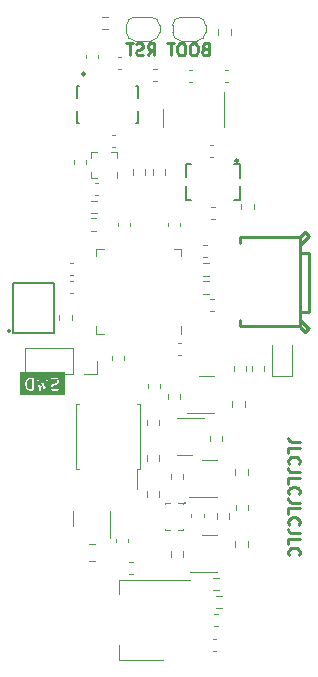
<source format=gbr>
%TF.GenerationSoftware,KiCad,Pcbnew,7.0.5*%
%TF.CreationDate,2023-12-16T01:16:07-08:00*%
%TF.ProjectId,Lyrav3,4c797261-7633-42e6-9b69-6361645f7063,rev?*%
%TF.SameCoordinates,Original*%
%TF.FileFunction,Legend,Bot*%
%TF.FilePolarity,Positive*%
%FSLAX46Y46*%
G04 Gerber Fmt 4.6, Leading zero omitted, Abs format (unit mm)*
G04 Created by KiCad (PCBNEW 7.0.5) date 2023-12-16 01:16:07*
%MOMM*%
%LPD*%
G01*
G04 APERTURE LIST*
%ADD10C,0.250000*%
%ADD11C,0.125000*%
%ADD12C,0.120000*%
%ADD13C,0.200000*%
%ADD14C,0.300000*%
%ADD15C,0.150000*%
%ADD16C,0.100000*%
G04 APERTURE END LIST*
D10*
X207764380Y-100383282D02*
X207050095Y-100383282D01*
X207050095Y-100383282D02*
X206907238Y-100335663D01*
X206907238Y-100335663D02*
X206812000Y-100240425D01*
X206812000Y-100240425D02*
X206764380Y-100097568D01*
X206764380Y-100097568D02*
X206764380Y-100002330D01*
X206764380Y-101335663D02*
X206764380Y-100859473D01*
X206764380Y-100859473D02*
X207764380Y-100859473D01*
X206859619Y-102240425D02*
X206812000Y-102192806D01*
X206812000Y-102192806D02*
X206764380Y-102049949D01*
X206764380Y-102049949D02*
X206764380Y-101954711D01*
X206764380Y-101954711D02*
X206812000Y-101811854D01*
X206812000Y-101811854D02*
X206907238Y-101716616D01*
X206907238Y-101716616D02*
X207002476Y-101668997D01*
X207002476Y-101668997D02*
X207192952Y-101621378D01*
X207192952Y-101621378D02*
X207335809Y-101621378D01*
X207335809Y-101621378D02*
X207526285Y-101668997D01*
X207526285Y-101668997D02*
X207621523Y-101716616D01*
X207621523Y-101716616D02*
X207716761Y-101811854D01*
X207716761Y-101811854D02*
X207764380Y-101954711D01*
X207764380Y-101954711D02*
X207764380Y-102049949D01*
X207764380Y-102049949D02*
X207716761Y-102192806D01*
X207716761Y-102192806D02*
X207669142Y-102240425D01*
X207764380Y-102954711D02*
X207050095Y-102954711D01*
X207050095Y-102954711D02*
X206907238Y-102907092D01*
X206907238Y-102907092D02*
X206812000Y-102811854D01*
X206812000Y-102811854D02*
X206764380Y-102668997D01*
X206764380Y-102668997D02*
X206764380Y-102573759D01*
X206764380Y-103907092D02*
X206764380Y-103430902D01*
X206764380Y-103430902D02*
X207764380Y-103430902D01*
X206859619Y-104811854D02*
X206812000Y-104764235D01*
X206812000Y-104764235D02*
X206764380Y-104621378D01*
X206764380Y-104621378D02*
X206764380Y-104526140D01*
X206764380Y-104526140D02*
X206812000Y-104383283D01*
X206812000Y-104383283D02*
X206907238Y-104288045D01*
X206907238Y-104288045D02*
X207002476Y-104240426D01*
X207002476Y-104240426D02*
X207192952Y-104192807D01*
X207192952Y-104192807D02*
X207335809Y-104192807D01*
X207335809Y-104192807D02*
X207526285Y-104240426D01*
X207526285Y-104240426D02*
X207621523Y-104288045D01*
X207621523Y-104288045D02*
X207716761Y-104383283D01*
X207716761Y-104383283D02*
X207764380Y-104526140D01*
X207764380Y-104526140D02*
X207764380Y-104621378D01*
X207764380Y-104621378D02*
X207716761Y-104764235D01*
X207716761Y-104764235D02*
X207669142Y-104811854D01*
X207764380Y-105526140D02*
X207050095Y-105526140D01*
X207050095Y-105526140D02*
X206907238Y-105478521D01*
X206907238Y-105478521D02*
X206812000Y-105383283D01*
X206812000Y-105383283D02*
X206764380Y-105240426D01*
X206764380Y-105240426D02*
X206764380Y-105145188D01*
X206764380Y-106478521D02*
X206764380Y-106002331D01*
X206764380Y-106002331D02*
X207764380Y-106002331D01*
X206859619Y-107383283D02*
X206812000Y-107335664D01*
X206812000Y-107335664D02*
X206764380Y-107192807D01*
X206764380Y-107192807D02*
X206764380Y-107097569D01*
X206764380Y-107097569D02*
X206812000Y-106954712D01*
X206812000Y-106954712D02*
X206907238Y-106859474D01*
X206907238Y-106859474D02*
X207002476Y-106811855D01*
X207002476Y-106811855D02*
X207192952Y-106764236D01*
X207192952Y-106764236D02*
X207335809Y-106764236D01*
X207335809Y-106764236D02*
X207526285Y-106811855D01*
X207526285Y-106811855D02*
X207621523Y-106859474D01*
X207621523Y-106859474D02*
X207716761Y-106954712D01*
X207716761Y-106954712D02*
X207764380Y-107097569D01*
X207764380Y-107097569D02*
X207764380Y-107192807D01*
X207764380Y-107192807D02*
X207716761Y-107335664D01*
X207716761Y-107335664D02*
X207669142Y-107383283D01*
X207764380Y-108097569D02*
X207050095Y-108097569D01*
X207050095Y-108097569D02*
X206907238Y-108049950D01*
X206907238Y-108049950D02*
X206812000Y-107954712D01*
X206812000Y-107954712D02*
X206764380Y-107811855D01*
X206764380Y-107811855D02*
X206764380Y-107716617D01*
X206764380Y-109049950D02*
X206764380Y-108573760D01*
X206764380Y-108573760D02*
X207764380Y-108573760D01*
X206859619Y-109954712D02*
X206812000Y-109907093D01*
X206812000Y-109907093D02*
X206764380Y-109764236D01*
X206764380Y-109764236D02*
X206764380Y-109668998D01*
X206764380Y-109668998D02*
X206812000Y-109526141D01*
X206812000Y-109526141D02*
X206907238Y-109430903D01*
X206907238Y-109430903D02*
X207002476Y-109383284D01*
X207002476Y-109383284D02*
X207192952Y-109335665D01*
X207192952Y-109335665D02*
X207335809Y-109335665D01*
X207335809Y-109335665D02*
X207526285Y-109383284D01*
X207526285Y-109383284D02*
X207621523Y-109430903D01*
X207621523Y-109430903D02*
X207716761Y-109526141D01*
X207716761Y-109526141D02*
X207764380Y-109668998D01*
X207764380Y-109668998D02*
X207764380Y-109764236D01*
X207764380Y-109764236D02*
X207716761Y-109907093D01*
X207716761Y-109907093D02*
X207669142Y-109954712D01*
D11*
G36*
X185075530Y-95922219D02*
G01*
X184910076Y-95922219D01*
X184790839Y-95882472D01*
X184713206Y-95804838D01*
X184673190Y-95724807D01*
X184629102Y-95548453D01*
X184629102Y-95420985D01*
X184673192Y-95244624D01*
X184713206Y-95164597D01*
X184790838Y-95086965D01*
X184910078Y-95047219D01*
X185075530Y-95047219D01*
X185075530Y-95922219D01*
G37*
G36*
X187883957Y-96443957D02*
G01*
X184015505Y-96443957D01*
X184015505Y-95553501D01*
X184501517Y-95553501D01*
X184504102Y-95563840D01*
X184504102Y-95565134D01*
X184506277Y-95572542D01*
X184550887Y-95750980D01*
X184550112Y-95758159D01*
X184555251Y-95768438D01*
X184555767Y-95770500D01*
X184559256Y-95776447D01*
X184602433Y-95862803D01*
X184604669Y-95873078D01*
X184616840Y-95885249D01*
X184628577Y-95897866D01*
X184629759Y-95898168D01*
X184710503Y-95978913D01*
X184719904Y-95990589D01*
X184732019Y-95994627D01*
X184743232Y-96000750D01*
X184749123Y-96000328D01*
X184872734Y-96041532D01*
X184881583Y-96047219D01*
X184898817Y-96047219D01*
X184916016Y-96047841D01*
X184917065Y-96047219D01*
X185133555Y-96047219D01*
X185147300Y-96049195D01*
X185159929Y-96043427D01*
X185173247Y-96039517D01*
X185176360Y-96035923D01*
X185180687Y-96033948D01*
X185188190Y-96022271D01*
X185197283Y-96011779D01*
X185197959Y-96007070D01*
X185200530Y-96003071D01*
X185200530Y-95989193D01*
X185202506Y-95975449D01*
X185200530Y-95971122D01*
X185200530Y-94989193D01*
X185201659Y-94981342D01*
X185453932Y-94981342D01*
X185694761Y-95992826D01*
X185695056Y-96004628D01*
X185704014Y-96017830D01*
X185711927Y-96031671D01*
X185714214Y-96032862D01*
X185715664Y-96034999D01*
X185730332Y-96041259D01*
X185744478Y-96048628D01*
X185747049Y-96048393D01*
X185749422Y-96049406D01*
X185765139Y-96046743D01*
X185781030Y-96045295D01*
X185783065Y-96043707D01*
X185785610Y-96043277D01*
X185797396Y-96032536D01*
X185809977Y-96022729D01*
X185810831Y-96020293D01*
X185812739Y-96018555D01*
X185816847Y-96003148D01*
X185822129Y-95988096D01*
X185821531Y-95985584D01*
X185947553Y-95512997D01*
X186075953Y-95994495D01*
X186076565Y-96006286D01*
X186085870Y-96019237D01*
X186094156Y-96032867D01*
X186096476Y-96033997D01*
X186097982Y-96036093D01*
X186112807Y-96041955D01*
X186127151Y-96048944D01*
X186129715Y-96048640D01*
X186132114Y-96049589D01*
X186147758Y-96046504D01*
X186163600Y-96044630D01*
X186165591Y-96042989D01*
X186168125Y-96042490D01*
X186179620Y-96031434D01*
X186191931Y-96021295D01*
X186192720Y-96018836D01*
X186194580Y-96017048D01*
X186198274Y-96001533D01*
X186203148Y-95986348D01*
X186202483Y-95983854D01*
X186430685Y-95025404D01*
X186644690Y-95025404D01*
X186651223Y-95061521D01*
X186676246Y-95088374D01*
X186711813Y-95097434D01*
X186862459Y-95047219D01*
X187075658Y-95047219D01*
X187148627Y-95083704D01*
X187181902Y-95116980D01*
X187218387Y-95189949D01*
X187218387Y-95255677D01*
X187181901Y-95328648D01*
X187148627Y-95361923D01*
X187068595Y-95401939D01*
X186895577Y-95445194D01*
X186888398Y-95444419D01*
X186878118Y-95449558D01*
X186876058Y-95450074D01*
X186870118Y-95453558D01*
X186783754Y-95496740D01*
X186773479Y-95498976D01*
X186761297Y-95511157D01*
X186748692Y-95522884D01*
X186748389Y-95524065D01*
X186718425Y-95554030D01*
X186709383Y-95559401D01*
X186701677Y-95574811D01*
X186693428Y-95589920D01*
X186693514Y-95591137D01*
X186655061Y-95668043D01*
X186646959Y-95680652D01*
X186646959Y-95693424D01*
X186644697Y-95705997D01*
X186646959Y-95711451D01*
X186646959Y-95790875D01*
X186645350Y-95805778D01*
X186651061Y-95817201D01*
X186654661Y-95829459D01*
X186659124Y-95833326D01*
X186697671Y-95910422D01*
X186699907Y-95920697D01*
X186712079Y-95932870D01*
X186723815Y-95945485D01*
X186724996Y-95945787D01*
X186754961Y-95975751D01*
X186760332Y-95984794D01*
X186775725Y-95992490D01*
X186790850Y-96000750D01*
X186792069Y-96000662D01*
X186868974Y-96039116D01*
X186881583Y-96047219D01*
X186894355Y-96047219D01*
X186906927Y-96049481D01*
X186912382Y-96047219D01*
X187130193Y-96047219D01*
X187140384Y-96049815D01*
X187156715Y-96044371D01*
X187173247Y-96039517D01*
X187174046Y-96038594D01*
X187309177Y-95993551D01*
X187331625Y-95977950D01*
X187345656Y-95944034D01*
X187339122Y-95907917D01*
X187314100Y-95881065D01*
X187278533Y-95872004D01*
X187127887Y-95922219D01*
X186914690Y-95922219D01*
X186841719Y-95885733D01*
X186808444Y-95852457D01*
X186771959Y-95779487D01*
X186771959Y-95713757D01*
X186808444Y-95640787D01*
X186841720Y-95607512D01*
X186921750Y-95567497D01*
X187094768Y-95524242D01*
X187101947Y-95525018D01*
X187112226Y-95519878D01*
X187114288Y-95519363D01*
X187120235Y-95515873D01*
X187206591Y-95472696D01*
X187216866Y-95470461D01*
X187229039Y-95458288D01*
X187241654Y-95446553D01*
X187241956Y-95445371D01*
X187271922Y-95415405D01*
X187280962Y-95410036D01*
X187288654Y-95394651D01*
X187296918Y-95379517D01*
X187296830Y-95378298D01*
X187335284Y-95301393D01*
X187343387Y-95288785D01*
X187343387Y-95276012D01*
X187345649Y-95263441D01*
X187343387Y-95257986D01*
X187343387Y-95178560D01*
X187344996Y-95163658D01*
X187339283Y-95152232D01*
X187335685Y-95139978D01*
X187331222Y-95136111D01*
X187292674Y-95059014D01*
X187290439Y-95048739D01*
X187278257Y-95036557D01*
X187266531Y-95023952D01*
X187265349Y-95023649D01*
X187235384Y-94993685D01*
X187230014Y-94984643D01*
X187214603Y-94976937D01*
X187199495Y-94968688D01*
X187198277Y-94968774D01*
X187121371Y-94930321D01*
X187108763Y-94922219D01*
X187095990Y-94922219D01*
X187083418Y-94919957D01*
X187077964Y-94922219D01*
X186860152Y-94922219D01*
X186849962Y-94919623D01*
X186833630Y-94925066D01*
X186817099Y-94929921D01*
X186816299Y-94930843D01*
X186681169Y-94975887D01*
X186658721Y-94991489D01*
X186644690Y-95025404D01*
X186430685Y-95025404D01*
X186439007Y-94990453D01*
X186437590Y-94963152D01*
X186416173Y-94933345D01*
X186382041Y-94919849D01*
X186346030Y-94926948D01*
X186319575Y-94952390D01*
X186134599Y-95729289D01*
X186009849Y-95261477D01*
X186009576Y-95250524D01*
X186000139Y-95236616D01*
X185991428Y-95222286D01*
X185989915Y-95221548D01*
X185988968Y-95220153D01*
X185973521Y-95213560D01*
X185958433Y-95206208D01*
X185956759Y-95206406D01*
X185955210Y-95205745D01*
X185938652Y-95208549D01*
X185921984Y-95210523D01*
X185920684Y-95211593D01*
X185919022Y-95211875D01*
X185906609Y-95223185D01*
X185893653Y-95233857D01*
X185893138Y-95235461D01*
X185891893Y-95236596D01*
X185887566Y-95252819D01*
X185882436Y-95268805D01*
X185882869Y-95270432D01*
X185760508Y-95729289D01*
X185577702Y-94961500D01*
X185564134Y-94937767D01*
X185531583Y-94920810D01*
X185495031Y-94924143D01*
X185466084Y-94946709D01*
X185453932Y-94981342D01*
X185201659Y-94981342D01*
X185202506Y-94975449D01*
X185196738Y-94962819D01*
X185192828Y-94949502D01*
X185189234Y-94946388D01*
X185187259Y-94942062D01*
X185175582Y-94934558D01*
X185165090Y-94925466D01*
X185160381Y-94924789D01*
X185156382Y-94922219D01*
X185142505Y-94922219D01*
X185128760Y-94920243D01*
X185124433Y-94922219D01*
X184907771Y-94922219D01*
X184897581Y-94919623D01*
X184881249Y-94925066D01*
X184864718Y-94929921D01*
X184863918Y-94930843D01*
X184740505Y-94971981D01*
X184725861Y-94975167D01*
X184716829Y-94984198D01*
X184706340Y-94991489D01*
X184704082Y-94996945D01*
X184623188Y-95077839D01*
X184614145Y-95083211D01*
X184606439Y-95098621D01*
X184598190Y-95113730D01*
X184598276Y-95114947D01*
X184563297Y-95184906D01*
X184558038Y-95189852D01*
X184555251Y-95200998D01*
X184554300Y-95202901D01*
X184553078Y-95209689D01*
X184508462Y-95388153D01*
X184504102Y-95394938D01*
X184504102Y-95405594D01*
X184503788Y-95406850D01*
X184504102Y-95414569D01*
X184504102Y-95545860D01*
X184501517Y-95553501D01*
X184015505Y-95553501D01*
X184015505Y-94470743D01*
X187883957Y-94470743D01*
X187883957Y-96443957D01*
G37*
D10*
X199720898Y-67108009D02*
X199578041Y-67155628D01*
X199578041Y-67155628D02*
X199530422Y-67203247D01*
X199530422Y-67203247D02*
X199482803Y-67298485D01*
X199482803Y-67298485D02*
X199482803Y-67441342D01*
X199482803Y-67441342D02*
X199530422Y-67536580D01*
X199530422Y-67536580D02*
X199578041Y-67584200D01*
X199578041Y-67584200D02*
X199673279Y-67631819D01*
X199673279Y-67631819D02*
X200054231Y-67631819D01*
X200054231Y-67631819D02*
X200054231Y-66631819D01*
X200054231Y-66631819D02*
X199720898Y-66631819D01*
X199720898Y-66631819D02*
X199625660Y-66679438D01*
X199625660Y-66679438D02*
X199578041Y-66727057D01*
X199578041Y-66727057D02*
X199530422Y-66822295D01*
X199530422Y-66822295D02*
X199530422Y-66917533D01*
X199530422Y-66917533D02*
X199578041Y-67012771D01*
X199578041Y-67012771D02*
X199625660Y-67060390D01*
X199625660Y-67060390D02*
X199720898Y-67108009D01*
X199720898Y-67108009D02*
X200054231Y-67108009D01*
X198863755Y-66631819D02*
X198673279Y-66631819D01*
X198673279Y-66631819D02*
X198578041Y-66679438D01*
X198578041Y-66679438D02*
X198482803Y-66774676D01*
X198482803Y-66774676D02*
X198435184Y-66965152D01*
X198435184Y-66965152D02*
X198435184Y-67298485D01*
X198435184Y-67298485D02*
X198482803Y-67488961D01*
X198482803Y-67488961D02*
X198578041Y-67584200D01*
X198578041Y-67584200D02*
X198673279Y-67631819D01*
X198673279Y-67631819D02*
X198863755Y-67631819D01*
X198863755Y-67631819D02*
X198958993Y-67584200D01*
X198958993Y-67584200D02*
X199054231Y-67488961D01*
X199054231Y-67488961D02*
X199101850Y-67298485D01*
X199101850Y-67298485D02*
X199101850Y-66965152D01*
X199101850Y-66965152D02*
X199054231Y-66774676D01*
X199054231Y-66774676D02*
X198958993Y-66679438D01*
X198958993Y-66679438D02*
X198863755Y-66631819D01*
X197816136Y-66631819D02*
X197625660Y-66631819D01*
X197625660Y-66631819D02*
X197530422Y-66679438D01*
X197530422Y-66679438D02*
X197435184Y-66774676D01*
X197435184Y-66774676D02*
X197387565Y-66965152D01*
X197387565Y-66965152D02*
X197387565Y-67298485D01*
X197387565Y-67298485D02*
X197435184Y-67488961D01*
X197435184Y-67488961D02*
X197530422Y-67584200D01*
X197530422Y-67584200D02*
X197625660Y-67631819D01*
X197625660Y-67631819D02*
X197816136Y-67631819D01*
X197816136Y-67631819D02*
X197911374Y-67584200D01*
X197911374Y-67584200D02*
X198006612Y-67488961D01*
X198006612Y-67488961D02*
X198054231Y-67298485D01*
X198054231Y-67298485D02*
X198054231Y-66965152D01*
X198054231Y-66965152D02*
X198006612Y-66774676D01*
X198006612Y-66774676D02*
X197911374Y-66679438D01*
X197911374Y-66679438D02*
X197816136Y-66631819D01*
X197101850Y-66631819D02*
X196530422Y-66631819D01*
X196816136Y-67631819D02*
X196816136Y-66631819D01*
X194860003Y-67631819D02*
X195193336Y-67155628D01*
X195431431Y-67631819D02*
X195431431Y-66631819D01*
X195431431Y-66631819D02*
X195050479Y-66631819D01*
X195050479Y-66631819D02*
X194955241Y-66679438D01*
X194955241Y-66679438D02*
X194907622Y-66727057D01*
X194907622Y-66727057D02*
X194860003Y-66822295D01*
X194860003Y-66822295D02*
X194860003Y-66965152D01*
X194860003Y-66965152D02*
X194907622Y-67060390D01*
X194907622Y-67060390D02*
X194955241Y-67108009D01*
X194955241Y-67108009D02*
X195050479Y-67155628D01*
X195050479Y-67155628D02*
X195431431Y-67155628D01*
X194479050Y-67584200D02*
X194336193Y-67631819D01*
X194336193Y-67631819D02*
X194098098Y-67631819D01*
X194098098Y-67631819D02*
X194002860Y-67584200D01*
X194002860Y-67584200D02*
X193955241Y-67536580D01*
X193955241Y-67536580D02*
X193907622Y-67441342D01*
X193907622Y-67441342D02*
X193907622Y-67346104D01*
X193907622Y-67346104D02*
X193955241Y-67250866D01*
X193955241Y-67250866D02*
X194002860Y-67203247D01*
X194002860Y-67203247D02*
X194098098Y-67155628D01*
X194098098Y-67155628D02*
X194288574Y-67108009D01*
X194288574Y-67108009D02*
X194383812Y-67060390D01*
X194383812Y-67060390D02*
X194431431Y-67012771D01*
X194431431Y-67012771D02*
X194479050Y-66917533D01*
X194479050Y-66917533D02*
X194479050Y-66822295D01*
X194479050Y-66822295D02*
X194431431Y-66727057D01*
X194431431Y-66727057D02*
X194383812Y-66679438D01*
X194383812Y-66679438D02*
X194288574Y-66631819D01*
X194288574Y-66631819D02*
X194050479Y-66631819D01*
X194050479Y-66631819D02*
X193907622Y-66679438D01*
X193621907Y-66631819D02*
X193050479Y-66631819D01*
X193336193Y-67631819D02*
X193336193Y-66631819D01*
D12*
%TO.C,D3*%
X205398000Y-94828000D02*
X205398000Y-92168000D01*
X207098000Y-94828000D02*
X205398000Y-94828000D01*
X207098000Y-94828000D02*
X207098000Y-92168000D01*
%TO.C,U5*%
X190081800Y-78011200D02*
X190581800Y-78011200D01*
X190581800Y-78011200D02*
X190581800Y-78011200D01*
X192281800Y-78011200D02*
X192281800Y-78011200D01*
X190081800Y-77511200D02*
X190081800Y-78011200D01*
X192281800Y-77511200D02*
X192281800Y-78011200D01*
X190081800Y-76311200D02*
X190081800Y-76311200D01*
X192281800Y-76311200D02*
X192281800Y-75811200D01*
X190081800Y-75811200D02*
X190081800Y-76311200D01*
X190581800Y-75811200D02*
X190081800Y-75811200D01*
X191781800Y-75811200D02*
X191781800Y-75811200D01*
X192281800Y-75811200D02*
X191781800Y-75811200D01*
%TO.C,C22*%
X197420620Y-91996800D02*
X197701780Y-91996800D01*
X197420620Y-93016800D02*
X197701780Y-93016800D01*
%TO.C,R18*%
X199570842Y-85246300D02*
X200045358Y-85246300D01*
X199570842Y-86291300D02*
X200045358Y-86291300D01*
%TO.C,C11*%
X189625200Y-67859681D02*
X189625200Y-67578521D01*
X190645200Y-67859681D02*
X190645200Y-67578521D01*
%TO.C,R17*%
X197626500Y-96282742D02*
X197626500Y-96757258D01*
X196581500Y-96282742D02*
X196581500Y-96757258D01*
%TO.C,J5*%
X184442800Y-94582800D02*
X184442800Y-92462800D01*
X188502800Y-94582800D02*
X184442800Y-94582800D01*
X188502800Y-94582800D02*
X188502800Y-92462800D01*
X189502800Y-94582800D02*
X190562800Y-94582800D01*
X190562800Y-94582800D02*
X190562800Y-93522800D01*
X188502800Y-92462800D02*
X184442800Y-92462800D01*
%TO.C,R6*%
X196321900Y-77298444D02*
X196321900Y-77772960D01*
X195276900Y-77298444D02*
X195276900Y-77772960D01*
%TO.C,C10*%
X192621780Y-68836000D02*
X192340620Y-68836000D01*
X192621780Y-67816000D02*
X192340620Y-67816000D01*
%TO.C,U8*%
X190495900Y-91245800D02*
X191145900Y-91245800D01*
X190495900Y-90595800D02*
X190495900Y-91245800D01*
X197715900Y-90595800D02*
X197715900Y-91245800D01*
X190495900Y-84675800D02*
X190495900Y-84025800D01*
X197715900Y-84675800D02*
X197715900Y-84025800D01*
X190495900Y-84025800D02*
X191145900Y-84025800D01*
X197715900Y-84025800D02*
X197065900Y-84025800D01*
%TO.C,Q2*%
X200073500Y-101884000D02*
X199423500Y-101884000D01*
X200073500Y-101884000D02*
X200723500Y-101884000D01*
X200073500Y-105004000D02*
X198398500Y-105004000D01*
X200073500Y-105004000D02*
X200723500Y-105004000D01*
%TO.C,C17*%
X200163820Y-88288400D02*
X200444980Y-88288400D01*
X200163820Y-89308400D02*
X200444980Y-89308400D01*
%TO.C,Q1*%
X188559000Y-106832400D02*
X188559000Y-107482400D01*
X188559000Y-106832400D02*
X188559000Y-106182400D01*
X191679000Y-106832400D02*
X191679000Y-108507400D01*
X191679000Y-106832400D02*
X191679000Y-106182400D01*
%TO.C,C14*%
X190410220Y-78433200D02*
X190691380Y-78433200D01*
X190410220Y-79453200D02*
X190691380Y-79453200D01*
%TO.C,R27*%
X200137500Y-100313258D02*
X200137500Y-99838742D01*
X201182500Y-100313258D02*
X201182500Y-99838742D01*
%TO.C,R16*%
X197880500Y-109604542D02*
X197880500Y-110079058D01*
X196835500Y-109604542D02*
X196835500Y-110079058D01*
D13*
%TO.C,X1*%
X183503100Y-91145400D02*
X183503100Y-86945400D01*
X186903100Y-91145400D02*
X183503100Y-91145400D01*
X183503100Y-86945400D02*
X186903100Y-86945400D01*
X186903100Y-86945400D02*
X186903100Y-91145400D01*
D14*
X183153100Y-90945400D02*
G75*
G03*
X183153100Y-90945400I0J0D01*
G01*
D12*
%TO.C,U9*%
X188791000Y-102655400D02*
X189051000Y-102655400D01*
X193981000Y-102655400D02*
X193981000Y-104330400D01*
X194241000Y-102655400D02*
X193981000Y-102655400D01*
X188791000Y-99930400D02*
X188791000Y-102655400D01*
X188791000Y-99930400D02*
X188791000Y-97205400D01*
X194241000Y-99930400D02*
X194241000Y-102655400D01*
X194241000Y-99930400D02*
X194241000Y-97205400D01*
X188791000Y-97205400D02*
X189051000Y-97205400D01*
X194241000Y-97205400D02*
X193981000Y-97205400D01*
%TO.C,C6*%
X200519420Y-114933000D02*
X200800580Y-114933000D01*
X200519420Y-115953000D02*
X200800580Y-115953000D01*
%TO.C,R7*%
X194670900Y-77298443D02*
X194670900Y-77772959D01*
X193625900Y-77298443D02*
X193625900Y-77772959D01*
%TO.C,C12*%
X188639800Y-76810780D02*
X188639800Y-76529620D01*
X189659800Y-76810780D02*
X189659800Y-76529620D01*
%TO.C,R19*%
X203341500Y-102696742D02*
X203341500Y-103171258D01*
X202296500Y-102696742D02*
X202296500Y-103171258D01*
%TO.C,C1*%
X200265420Y-80516000D02*
X200546580Y-80516000D01*
X200265420Y-81536000D02*
X200546580Y-81536000D01*
%TO.C,C21*%
X196594000Y-82131780D02*
X196594000Y-81850620D01*
X197614000Y-82131780D02*
X197614000Y-81850620D01*
%TO.C,R15*%
X200019958Y-87815300D02*
X199545442Y-87815300D01*
X200019958Y-86770300D02*
X199545442Y-86770300D01*
%TO.C,R2*%
X188443400Y-89595542D02*
X188443400Y-90070058D01*
X187398400Y-89595542D02*
X187398400Y-90070058D01*
%TO.C,U1*%
X198410000Y-112033000D02*
X192400000Y-112033000D01*
X196160000Y-118853000D02*
X192400000Y-118853000D01*
X192400000Y-118853000D02*
X192400000Y-117593000D01*
X192400000Y-112033000D02*
X192400000Y-113293000D01*
%TO.C,C2*%
X200410380Y-76255501D02*
X200129220Y-76255501D01*
X200410380Y-75235501D02*
X200129220Y-75235501D01*
%TO.C,C5*%
X200392420Y-117092000D02*
X200673580Y-117092000D01*
X200392420Y-118112000D02*
X200673580Y-118112000D01*
%TO.C,C7*%
X193305820Y-110538800D02*
X193586980Y-110538800D01*
X193305820Y-111558800D02*
X193586980Y-111558800D01*
%TO.C,C15*%
X199595200Y-106488620D02*
X199595200Y-106769780D01*
X198575200Y-106488620D02*
X198575200Y-106769780D01*
D10*
%TO.C,J7*%
X208165200Y-82587200D02*
X208495200Y-82917200D01*
X208495200Y-82917200D02*
X208495200Y-82957200D01*
X208495200Y-82957200D02*
X207765200Y-83687200D01*
X207765200Y-82987200D02*
X208165200Y-82587200D01*
X207765200Y-83067200D02*
X207765200Y-82987200D01*
X207765200Y-83067200D02*
X202645200Y-83067200D01*
X202645200Y-83067200D02*
X202645200Y-83567200D01*
X208495200Y-84377200D02*
X208495200Y-89417200D01*
X207765200Y-84377200D02*
X208495200Y-84377200D01*
X208495200Y-89417200D02*
X207765200Y-89417200D01*
X202645200Y-90067200D02*
X202645200Y-90567200D01*
X207765200Y-90567200D02*
X207765200Y-83067200D01*
X207765200Y-90567200D02*
X207765200Y-90647200D01*
X202645200Y-90567200D02*
X207765200Y-90567200D01*
X207765200Y-90647200D02*
X208165200Y-91047200D01*
X208495200Y-90717200D02*
X208415200Y-90717200D01*
X208415200Y-90717200D02*
X207765200Y-90067200D01*
X208165200Y-91047200D02*
X208495200Y-90717200D01*
D12*
%TO.C,C8*%
X192174400Y-108852580D02*
X192174400Y-108571420D01*
X193194400Y-108852580D02*
X193194400Y-108571420D01*
%TO.C,C23*%
X192889600Y-93128220D02*
X192889600Y-93409380D01*
X191869600Y-93128220D02*
X191869600Y-93409380D01*
%TO.C,R1*%
X191002055Y-64374500D02*
X191476571Y-64374500D01*
X191002055Y-65419500D02*
X191476571Y-65419500D01*
%TO.C,C13*%
X192084380Y-75389200D02*
X191803220Y-75389200D01*
X192084380Y-74369200D02*
X191803220Y-74369200D01*
%TO.C,Q3*%
X200103500Y-108295000D02*
X199453500Y-108295000D01*
X200103500Y-108295000D02*
X200753500Y-108295000D01*
X200103500Y-111415000D02*
X198428500Y-111415000D01*
X200103500Y-111415000D02*
X200753500Y-111415000D01*
%TO.C,R25*%
X195848500Y-104537742D02*
X195848500Y-105012258D01*
X194803500Y-104537742D02*
X194803500Y-105012258D01*
%TO.C,C25*%
X199591320Y-83734800D02*
X199872480Y-83734800D01*
X199591320Y-84754800D02*
X199872480Y-84754800D01*
%TO.C,J4*%
X196974000Y-65105000D02*
X196974000Y-65705000D01*
X197674000Y-66405000D02*
X199074000Y-66405000D01*
X199074000Y-64405000D02*
X197674000Y-64405000D01*
X199774000Y-65705000D02*
X199774000Y-65105000D01*
X197674000Y-64405000D02*
G75*
G03*
X196974000Y-65105000I-1J-699999D01*
G01*
X196974000Y-65705000D02*
G75*
G03*
X197674000Y-66405000I699999J-1D01*
G01*
X199774000Y-65105000D02*
G75*
G03*
X199074000Y-64405000I-700000J0D01*
G01*
X199074000Y-66405000D02*
G75*
G03*
X199774000Y-65705000I0J700000D01*
G01*
%TO.C,R12*%
X200676742Y-113396500D02*
X201151258Y-113396500D01*
X200676742Y-114441500D02*
X201151258Y-114441500D01*
%TO.C,R10*%
X200897258Y-112917500D02*
X200422742Y-112917500D01*
X200897258Y-111872500D02*
X200422742Y-111872500D01*
%TO.C,R21*%
X203366900Y-105680742D02*
X203366900Y-106155258D01*
X202321900Y-105680742D02*
X202321900Y-106155258D01*
%TO.C,F1*%
X189885822Y-109018000D02*
X190402978Y-109018000D01*
X189885822Y-110438000D02*
X190402978Y-110438000D01*
%TO.C,R3*%
X203849500Y-80216742D02*
X203849500Y-80691258D01*
X202804500Y-80216742D02*
X202804500Y-80691258D01*
%TO.C,R23*%
X195848500Y-101489742D02*
X195848500Y-101964258D01*
X194803500Y-101489742D02*
X194803500Y-101964258D01*
D13*
%TO.C,U2*%
X202667600Y-76807701D02*
X202207600Y-76807701D01*
X198547600Y-76807701D02*
X198217600Y-76807701D01*
X198217600Y-76807701D02*
X198097600Y-76807701D01*
X198097600Y-76807701D02*
X198097600Y-77957701D01*
X202667600Y-78007701D02*
X202667600Y-76807701D01*
X198097600Y-78717701D02*
X198097600Y-79857701D01*
X202667600Y-79857701D02*
X202667600Y-78667701D01*
X202207600Y-79857701D02*
X202667600Y-79857701D01*
X198097600Y-79857701D02*
X198547600Y-79857701D01*
D10*
X202517600Y-76557701D02*
G75*
G03*
X202517600Y-76557701I-110000J0D01*
G01*
D12*
%TO.C,R24*%
X201792100Y-106391942D02*
X201792100Y-106866458D01*
X200747100Y-106391942D02*
X200747100Y-106866458D01*
D15*
%TO.C,U4*%
X188863714Y-70219101D02*
X189033714Y-70219101D01*
X188863714Y-71259101D02*
X188863714Y-70219101D01*
X188863714Y-72339101D02*
X188863714Y-73379101D01*
X188863714Y-73379101D02*
X189033714Y-73379101D01*
X194023714Y-70219101D02*
X193853714Y-70219101D01*
X194023714Y-71259101D02*
X194023714Y-70219101D01*
X194023714Y-72339101D02*
X194023714Y-73379101D01*
X194023714Y-73379101D02*
X193853714Y-73379101D01*
D10*
X189563714Y-69209101D02*
G75*
G03*
X189563714Y-69209101I-120000J0D01*
G01*
D12*
%TO.C,J3*%
X193066999Y-65105000D02*
X193066999Y-65705000D01*
X193766999Y-66405000D02*
X195166999Y-66405000D01*
X195166999Y-64405000D02*
X193766999Y-64405000D01*
X195866999Y-65705000D02*
X195866999Y-65105000D01*
X193766999Y-64405000D02*
G75*
G03*
X193066999Y-65105000I-1J-699999D01*
G01*
X193066999Y-65705000D02*
G75*
G03*
X193766999Y-66405000I699999J-1D01*
G01*
X195866999Y-65105000D02*
G75*
G03*
X195166999Y-64405000I-700000J0D01*
G01*
X195166999Y-66405000D02*
G75*
G03*
X195866999Y-65705000I0J700000D01*
G01*
%TO.C,R5*%
X190530058Y-82485599D02*
X190055542Y-82485599D01*
X190530058Y-81440599D02*
X190055542Y-81440599D01*
%TO.C,R9*%
X202042500Y-97392258D02*
X202042500Y-96917742D01*
X203087500Y-97392258D02*
X203087500Y-96917742D01*
%TO.C,R4*%
X190080942Y-79970600D02*
X190555458Y-79970600D01*
X190080942Y-81015600D02*
X190555458Y-81015600D01*
%TO.C,C9*%
X198376620Y-68885501D02*
X198657780Y-68885501D01*
X198376620Y-69905501D02*
X198657780Y-69905501D01*
%TO.C,R20*%
X195848500Y-98505742D02*
X195848500Y-98980258D01*
X194803500Y-98505742D02*
X194803500Y-98980258D01*
%TO.C,R14*%
X200848700Y-65909458D02*
X200848700Y-65434942D01*
X201893700Y-65909458D02*
X201893700Y-65434942D01*
%TO.C,Q5*%
X197993000Y-101509000D02*
X198643000Y-101509000D01*
X197993000Y-101509000D02*
X197343000Y-101509000D01*
X197993000Y-98389000D02*
X199668000Y-98389000D01*
X197993000Y-98389000D02*
X197343000Y-98389000D01*
%TO.C,C16*%
X188557780Y-86278800D02*
X188276620Y-86278800D01*
X188557780Y-85258800D02*
X188276620Y-85258800D01*
D16*
%TO.C,U6*%
X197869000Y-105552000D02*
X197869000Y-105642000D01*
X197429000Y-105552000D02*
X197869000Y-105552000D01*
X196339000Y-105552000D02*
X196779000Y-105552000D01*
X196339000Y-105642000D02*
X196339000Y-105552000D01*
X197869000Y-107742000D02*
X197869000Y-107832000D01*
X197869000Y-107832000D02*
X197429000Y-107832000D01*
X196779000Y-107832000D02*
X196339000Y-107832000D01*
X196339000Y-107832000D02*
X196339000Y-107742000D01*
X198079000Y-105552000D02*
G75*
G03*
X198079000Y-105552000I-80000J0D01*
G01*
D12*
%TO.C,R26*%
X197880500Y-103077742D02*
X197880500Y-103552258D01*
X196835500Y-103077742D02*
X196835500Y-103552258D01*
%TO.C,C24*%
X188569480Y-87802800D02*
X188288320Y-87802800D01*
X188569480Y-86782800D02*
X188288320Y-86782800D01*
%TO.C,C4*%
X201383020Y-68882800D02*
X201664180Y-68882800D01*
X201383020Y-69902800D02*
X201664180Y-69902800D01*
%TO.C,Q4*%
X199849500Y-94833000D02*
X199199500Y-94833000D01*
X199849500Y-94833000D02*
X200499500Y-94833000D01*
X199849500Y-97953000D02*
X198174500Y-97953000D01*
X199849500Y-97953000D02*
X200499500Y-97953000D01*
%TO.C,U3*%
X201345800Y-70721901D02*
X201345800Y-73721901D01*
X196125800Y-72221901D02*
X196125800Y-73721901D01*
%TO.C,R8*%
X203341500Y-108792742D02*
X203341500Y-109267258D01*
X202296500Y-108792742D02*
X202296500Y-109267258D01*
%TO.C,C27*%
X194866800Y-95783980D02*
X194866800Y-95502820D01*
X195886800Y-95783980D02*
X195886800Y-95502820D01*
%TO.C,C26*%
X192326800Y-82080980D02*
X192326800Y-81799820D01*
X193346800Y-82080980D02*
X193346800Y-81799820D01*
%TO.C,C3*%
X195618980Y-69852000D02*
X195337820Y-69852000D01*
X195618980Y-68832000D02*
X195337820Y-68832000D01*
%TO.C,R13*%
X204738500Y-93933742D02*
X204738500Y-94408258D01*
X203693500Y-93933742D02*
X203693500Y-94408258D01*
%TO.C,R11*%
X202169500Y-94408258D02*
X202169500Y-93933742D01*
X203214500Y-94408258D02*
X203214500Y-93933742D01*
%TD*%
M02*

</source>
